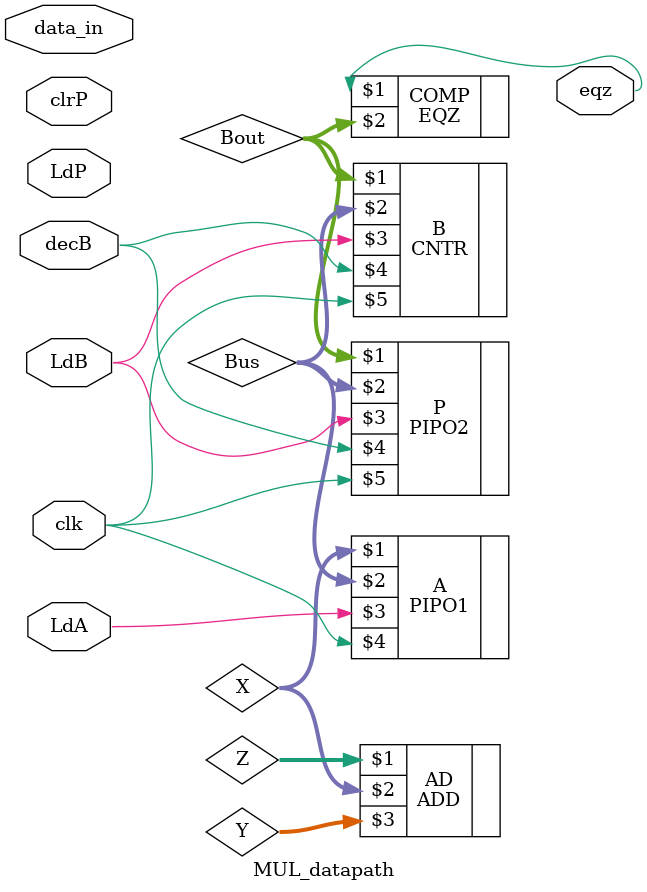
<source format=v>
`timescale 1ns / 1ps
module MUL_datapath(eqz, LdA, LdB, LdP, clrP, decB, data_in, clk);
input LdA, LdB, LdP, clrP, decB, clk;
input [15:0] data_in;
output eqz;
wire [15:0] X, Y, Z,Bout,Bus;
PIPO1 A(X,Bus,LdA,clk);
PIPO2 P(Bout,Bus,LdB,decB,clk);
CNTR B(Bout,Bus,LdB,decB,clk);
ADD AD(Z,X,Y);
EQZ COMP(eqz,Bout);
endmodule

</source>
